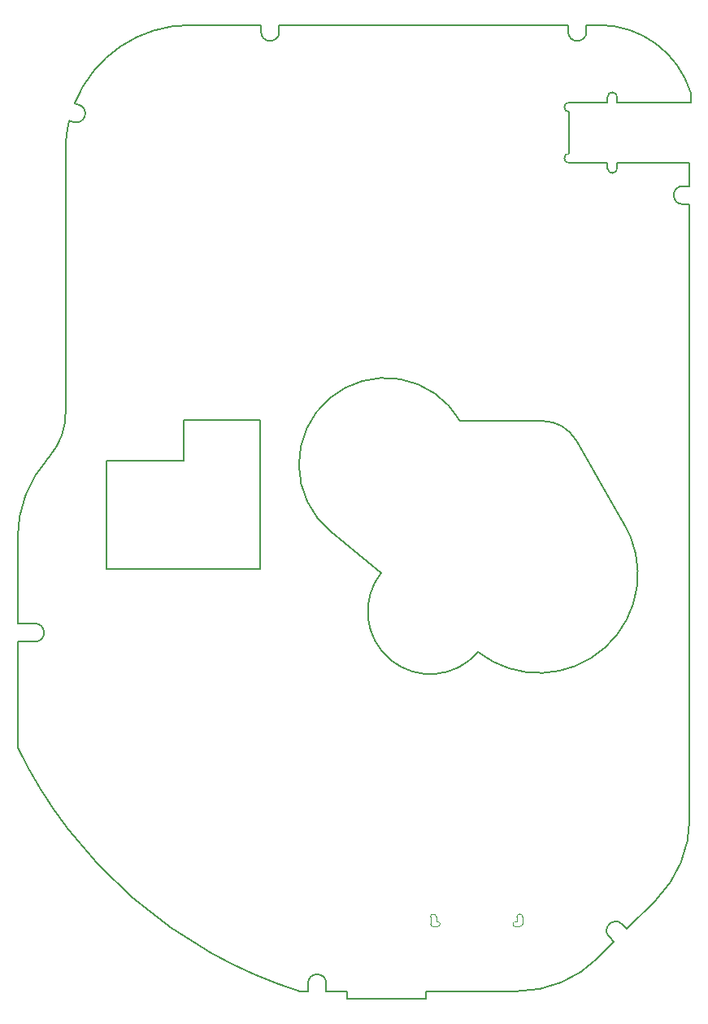
<source format=gbr>
G04 #@! TF.GenerationSoftware,KiCad,Pcbnew,5.1.6+dfsg1-1~bpo10+1*
G04 #@! TF.CreationDate,2021-03-28T20:24:38-04:00*
G04 #@! TF.ProjectId,RUSP_Mainboard,52555350-5f4d-4616-996e-626f6172642e,rev?*
G04 #@! TF.SameCoordinates,Original*
G04 #@! TF.FileFunction,Profile,NP*
%FSLAX46Y46*%
G04 Gerber Fmt 4.6, Leading zero omitted, Abs format (unit mm)*
G04 Created by KiCad (PCBNEW 5.1.6+dfsg1-1~bpo10+1) date 2021-03-28 20:24:38*
%MOMM*%
%LPD*%
G01*
G04 APERTURE LIST*
G04 #@! TA.AperFunction,Profile*
%ADD10C,0.150000*%
G04 #@! TD*
G04 #@! TA.AperFunction,Profile*
%ADD11C,0.100000*%
G04 #@! TD*
G04 APERTURE END LIST*
D10*
X181811715Y-61339469D02*
X181810000Y-62345000D01*
X115080000Y-99100000D02*
X114869642Y-99369681D01*
X163729707Y-154800309D02*
X154200000Y-154800000D01*
X154200000Y-155600000D02*
X154200000Y-154800000D01*
X146000000Y-155600000D02*
X146000000Y-154800000D01*
X146000000Y-155600000D02*
X154200000Y-155600000D01*
X143850000Y-154800000D02*
X146000000Y-154800000D01*
X141047017Y-154796974D02*
G75*
G02*
X111700000Y-129420000I14742983J46706974D01*
G01*
X121000000Y-110900000D02*
X121000000Y-99600000D01*
X137000000Y-110900000D02*
X121000000Y-110900000D01*
X166400000Y-95494891D02*
X157790000Y-95493207D01*
X166400000Y-95494891D02*
G75*
G02*
X169870000Y-97500000I0J-4005109D01*
G01*
X159651005Y-119510250D02*
G75*
G02*
X149570001Y-111280001I-4971005J4200250D01*
G01*
X169870000Y-97500000D02*
X174735337Y-105942913D01*
X174735337Y-105942913D02*
G75*
G02*
X159651004Y-119510250I-8735337J-5457087D01*
G01*
X149570000Y-111280000D02*
X144305067Y-106968800D01*
X129000000Y-95400000D02*
X137000000Y-95400000D01*
X173150000Y-62350000D02*
X173150000Y-61800000D01*
X174150000Y-61800000D02*
X174150000Y-62350000D01*
X173150000Y-61800000D02*
G75*
G02*
X174150000Y-61800000I500000J0D01*
G01*
X169150000Y-63350000D02*
G75*
G02*
X169150000Y-62350000I0J500000D01*
G01*
X169150000Y-67650000D02*
G75*
G03*
X169150000Y-68650000I0J-500000D01*
G01*
X173150000Y-69200000D02*
G75*
G03*
X174150000Y-69200000I500000J0D01*
G01*
X174150000Y-62350000D02*
X181810000Y-62345000D01*
X169150000Y-62350000D02*
X173150000Y-62350000D01*
X169150000Y-67650000D02*
X169150000Y-63350000D01*
X173150000Y-68650000D02*
X169150000Y-68650000D01*
X173150000Y-69200000D02*
X173150000Y-68650000D01*
X174150000Y-68650000D02*
X174150000Y-69200000D01*
X181700000Y-68650000D02*
X174150000Y-68650000D01*
X137000000Y-110900000D02*
X137000000Y-95400000D01*
X121000000Y-99600000D02*
X129000000Y-99600000D01*
X129000000Y-95400000D02*
X129000000Y-99600000D01*
X181700000Y-71050000D02*
X181700000Y-68650000D01*
X181000000Y-71050000D02*
X181700000Y-71050000D01*
X181000000Y-71050000D02*
G75*
G03*
X181000000Y-72950000I0J-950000D01*
G01*
X181700000Y-72950000D02*
X181000000Y-72950000D01*
X181811715Y-61339469D02*
G75*
G03*
X172260000Y-54300000I-9551715J-2960531D01*
G01*
X170950000Y-54300000D02*
X172260000Y-54300000D01*
X170950000Y-55000000D02*
X170950000Y-54300000D01*
X169050000Y-54300000D02*
X169050000Y-55000000D01*
X170950000Y-55000000D02*
G75*
G02*
X169050000Y-55000000I-950000J0D01*
G01*
X138950000Y-54300000D02*
X169050000Y-54300000D01*
X138950000Y-55000000D02*
X138950000Y-54300000D01*
X138950000Y-55000000D02*
G75*
G02*
X137050000Y-55000000I-950000J0D01*
G01*
X137050000Y-54300000D02*
X137050000Y-55000000D01*
X129700000Y-54300000D02*
X137050000Y-54300000D01*
X129700000Y-54299821D02*
G75*
G03*
X117638000Y-62451000I0J-13000179D01*
G01*
X118089000Y-62595000D02*
X117638000Y-62451000D01*
X118089000Y-62595000D02*
G75*
G02*
X117511000Y-64405000I-289000J-905000D01*
G01*
X117060000Y-64261000D02*
X117511000Y-64405000D01*
X117060192Y-64261046D02*
G75*
G03*
X116700000Y-67300000I12639808J-3038954D01*
G01*
X116697313Y-94620000D02*
X116700000Y-67300000D01*
X116697313Y-94620000D02*
G75*
G02*
X115080000Y-99100000I-6847313J-60000D01*
G01*
X114869642Y-99369681D02*
G75*
G03*
X111700000Y-107688000I9330358J-8318319D01*
G01*
X111700000Y-116550000D02*
X111700000Y-107688000D01*
X113500000Y-116550000D02*
X111700000Y-116550000D01*
X113500000Y-116550000D02*
G75*
G02*
X113500000Y-118450000I0J-950000D01*
G01*
X111700000Y-118450000D02*
X113500000Y-118450000D01*
X111700000Y-129420000D02*
X111700000Y-118450000D01*
X141950000Y-154800000D02*
X141047017Y-154796974D01*
X141950000Y-154000000D02*
X141950000Y-154800000D01*
X141950000Y-154000000D02*
G75*
G02*
X143850000Y-154000000I950000J0D01*
G01*
X143850000Y-154800000D02*
X143850000Y-154000000D01*
X163729707Y-154800309D02*
G75*
G03*
X172215000Y-151285000I-707J12000309D01*
G01*
X173828000Y-149672000D02*
X172215000Y-151285000D01*
X173328000Y-149172000D02*
X173828000Y-149672000D01*
X173328000Y-149172000D02*
G75*
G02*
X174672000Y-147828000I672000J672000D01*
G01*
X175172000Y-148328000D02*
X174672000Y-147828000D01*
X144305108Y-106968751D02*
G75*
G02*
X157790000Y-95493207I5694892J6968751D01*
G01*
X178184781Y-145314781D02*
G75*
G03*
X181700000Y-136829000I-8484781J8485781D01*
G01*
X178185000Y-145315000D02*
X175172000Y-148328000D01*
X181700000Y-72950000D02*
X181700000Y-136829000D01*
D11*
X163550000Y-147575000D02*
X163700000Y-147575000D01*
X163700000Y-147575000D02*
X163700000Y-147075000D01*
X164300000Y-147075000D02*
X164300000Y-147825000D01*
X164000000Y-148075000D02*
X163550000Y-148075000D01*
X154700000Y-147825000D02*
X154700000Y-147075000D01*
X155300000Y-147075000D02*
X155300000Y-147575000D01*
X155300000Y-147575000D02*
X155450000Y-147575000D01*
X155450000Y-148075000D02*
X155000000Y-148075000D01*
X155000000Y-148075000D02*
G75*
G02*
X154700000Y-147825000I-25000J275000D01*
G01*
X155450000Y-147575000D02*
G75*
G02*
X155450000Y-148075000I0J-250000D01*
G01*
X154700000Y-147075000D02*
G75*
G02*
X155300000Y-147075000I300000J0D01*
G01*
X163550000Y-148075000D02*
G75*
G02*
X163550000Y-147575000I0J250000D01*
G01*
X164300000Y-147825000D02*
G75*
G02*
X164000000Y-148075000I-275000J25000D01*
G01*
X163700000Y-147075000D02*
G75*
G02*
X164300000Y-147075000I300000J0D01*
G01*
M02*

</source>
